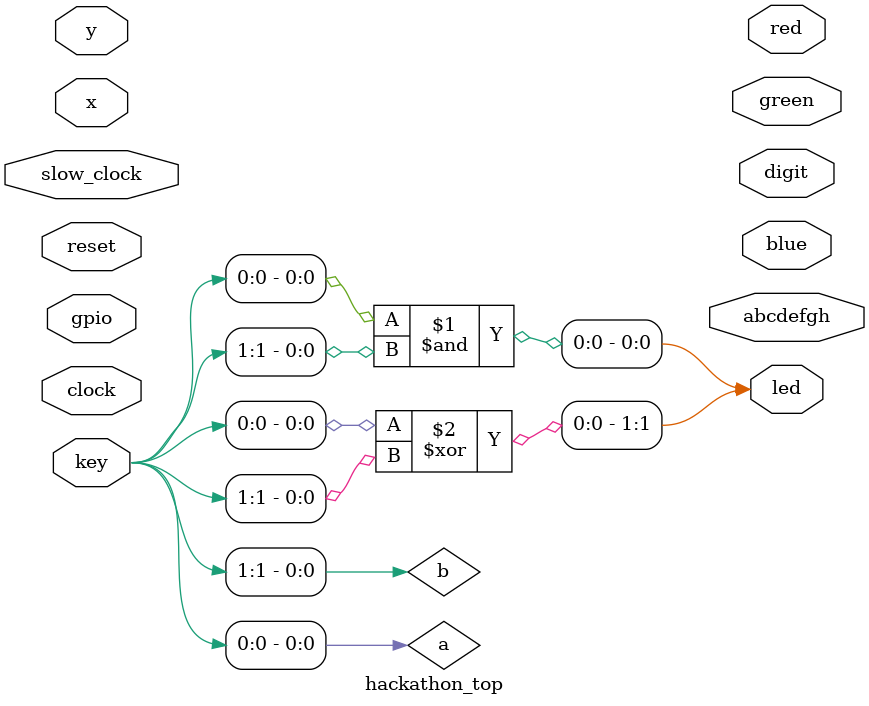
<source format=sv>

module hackathon_top
(
    // System Clocks & Controls  
    input  logic       clock,
    input  logic       slow_clock,
    input  logic       reset,

    // HW-154 I/O Board - Switches & LEDs  
    input  logic [7:0] key,
    output logic [7:0] led,

    // A dynamic seven-segment display  
    output logic [7:0] abcdefgh,
    output logic [7:0] digit,

    // LCD screen interface  
    input  logic [8:0] x,
    input  logic [8:0] y,
    output logic [4:0] red,
    output logic [5:0] green,
    output logic [4:0] blue,

    // HW-154 I/O Board Communication Channel  
    inout  logic [3:0] gpio
);

    //------------------------------------------------------------------------

    // Gates, wires and continuous assignments

    assign led [0] = key [0] & key [1];

    // Exercise 1: Change the code above.
    // Assign to led [0] the result of OR operation (|).

    wire a = key [0];  // Note a new construct - wire
    wire b = key [1];

    assign led [1] = a ^ b; // XOR - eXclusive OR

    //------------------------------------------------------------------------

    
endmodule

</source>
